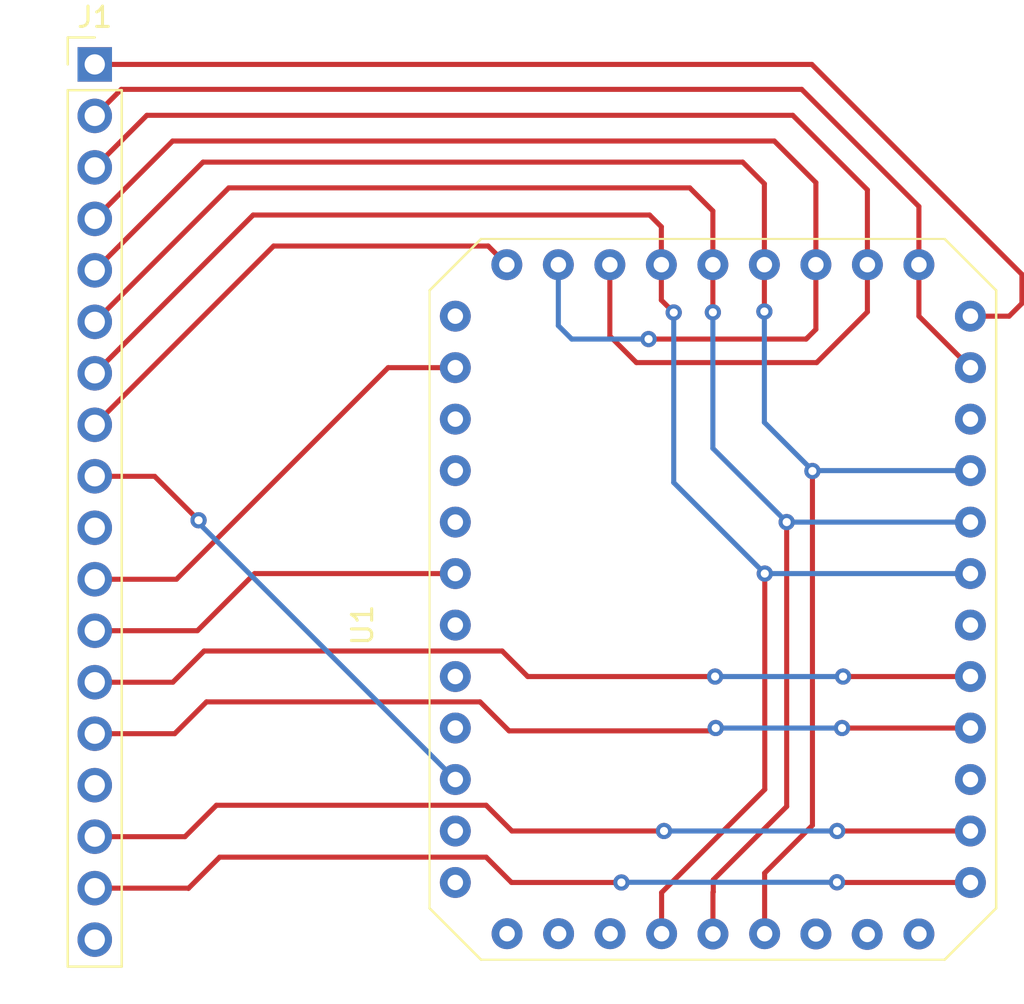
<source format=kicad_pcb>
(kicad_pcb (version 20211014) (generator pcbnew)
  (layers (0 "F.Cu" signal) (31 "B.Cu" signal) (34 "B.Paste" user) (35 "F.Paste" user) (36 "B.SilkS" user "B.Silkscreen") (37 "F.SilkS" user "F.Silkscreen") (38 "B.Mask" user) (39 "F.Mask" user) (44 "Edge.Cuts" user))
  (net 0 "")
  (net 1 "Net-(J1-Pad1)")
  (net 2 "Net-(J1-Pad2)")
  (net 3 "Net-(J1-Pad3)")
  (net 4 "Net-(J1-Pad4)")
  (net 5 "Net-(J1-Pad5)")
  (net 6 "Net-(J1-Pad6)")
  (net 7 "Net-(J1-Pad7)")
  (net 8 "Net-(J1-Pad8)")
  (net 9 "Net-(J1-Pad9)")
  (net 10 "Net-(J1-Pad10)")
  (net 11 "Net-(J1-Pad11)")
  (net 12 "Net-(J1-Pad12)")
  (net 13 "Net-(J1-Pad13)")
  (net 14 "Net-(J1-Pad14)")
  (net 15 "Net-(J1-Pad15)")
  (net 16 "Net-(J1-Pad16)")
  (net 17 "Net-(J1-Pad17)")
  (net 19 "GND")
  (footprint "Connector_PinHeader_2.54mm:PinHeader_1x18_P2.54mm_Vertical" (layer "F.Cu") (at 115.38 83.51)
    (fp_text reference "J1" (at 0 -2.33) (layer "F.SilkS"))
    (fp_text value "Conn_01x18")
    (fp_line (start 1.33 1.27) (end 1.33 44.51) (layer "F.SilkS") (width 0.12))
    (fp_line (start -1.33 44.51) (end 1.33 44.51) (layer "F.SilkS") (width 0.12))
    (fp_line (start -1.33 0) (end -1.33 -1.33) (layer "F.SilkS") (width 0.12))
    (fp_line (start -1.33 -1.33) (end 0 -1.33) (layer "F.SilkS") (width 0.12))
    (fp_line (start -1.33 1.27) (end 1.33 1.27) (layer "F.SilkS") (width 0.12))
    (fp_line (start -1.33 1.27) (end -1.33 44.51) (layer "F.SilkS") (width 0.12))
    (pad "1" thru_hole rect locked (at 0 0) (size 1.7 1.7) (drill 1) (layers *.Cu *.Mask) (net 1 "Net-(J1-Pad1)"))
    (pad "2" thru_hole oval locked (at 0 2.54) (size 1.7 1.7) (drill 1) (layers *.Cu *.Mask) (net 2 "Net-(J1-Pad2)"))
    (pad "3" thru_hole oval locked (at 0 5.08) (size 1.7 1.7) (drill 1) (layers *.Cu *.Mask) (net 3 "Net-(J1-Pad3)"))
    (pad "4" thru_hole oval locked (at 0 7.62) (size 1.7 1.7) (drill 1) (layers *.Cu *.Mask) (net 4 "Net-(J1-Pad4)"))
    (pad "5" thru_hole oval locked (at 0 10.16) (size 1.7 1.7) (drill 1) (layers *.Cu *.Mask) (net 5 "Net-(J1-Pad5)"))
    (pad "6" thru_hole oval locked (at 0 12.7) (size 1.7 1.7) (drill 1) (layers *.Cu *.Mask) (net 6 "Net-(J1-Pad6)"))
    (pad "7" thru_hole oval locked (at 0 15.24) (size 1.7 1.7) (drill 1) (layers *.Cu *.Mask) (net 7 "Net-(J1-Pad7)"))
    (pad "8" thru_hole oval locked (at 0 17.78) (size 1.7 1.7) (drill 1) (layers *.Cu *.Mask) (net 8 "Net-(J1-Pad8)"))
    (pad "9" thru_hole oval locked (at 0 20.32) (size 1.7 1.7) (drill 1) (layers *.Cu *.Mask) (net 9 "Net-(J1-Pad9)"))
    (pad "10" thru_hole oval locked (at 0 22.86) (size 1.7 1.7) (drill 1) (layers *.Cu *.Mask) (net 10 "Net-(J1-Pad10)"))
    (pad "11" thru_hole oval locked (at 0 25.4) (size 1.7 1.7) (drill 1) (layers *.Cu *.Mask) (net 11 "Net-(J1-Pad11)"))
    (pad "12" thru_hole oval locked (at 0 27.94) (size 1.7 1.7) (drill 1) (layers *.Cu *.Mask) (net 12 "Net-(J1-Pad12)"))
    (pad "13" thru_hole oval locked (at 0 30.48) (size 1.7 1.7) (drill 1) (layers *.Cu *.Mask) (net 13 "Net-(J1-Pad13)"))
    (pad "14" thru_hole oval locked (at 0 33.02) (size 1.7 1.7) (drill 1) (layers *.Cu *.Mask) (net 14 "Net-(J1-Pad14)"))
    (pad "15" thru_hole oval locked (at 0 35.56) (size 1.7 1.7) (drill 1) (layers *.Cu *.Mask) (net 15 "Net-(J1-Pad15)"))
    (pad "16" thru_hole oval locked (at 0 38.1) (size 1.7 1.7) (drill 1) (layers *.Cu *.Mask) (net 16 "Net-(J1-Pad16)"))
    (pad "17" thru_hole oval locked (at 0 40.64) (size 1.7 1.7) (drill 1) (layers *.Cu *.Mask) (net 17 "Net-(J1-Pad17)"))
    (pad "18" thru_hole oval locked (at 0 43.18) (size 1.7 1.7) (drill 1) (layers *.Cu *.Mask))
  )
  (footprint "Sensorsuite:General Sensor Module - 9x12 pin" (layer "F.Cu") (at 145.86 111.17 90)
    (fp_text reference "U1" (at 0 -17.28 90) (layer "F.SilkS"))
    (fp_text value "ISS_SENSOR_SUITE_V_1")
    (fp_line (start 19.05 -11.43) (end 19.05 11.43) (layer "F.SilkS") (width 0.1))
    (fp_line (start -16.51 -11.43) (end -16.51 11.43) (layer "F.SilkS") (width 0.1))
    (fp_line (start 16.51 -13.97) (end 19.05 -11.43) (layer "F.SilkS") (width 0.12))
    (fp_line (start 19.05 11.43) (end 16.51 13.97) (layer "F.SilkS") (width 0.12))
    (fp_line (start -13.97 13.97) (end 16.51 13.97) (layer "F.SilkS") (width 0.12))
    (fp_line (start -16.51 11.43) (end -13.97 13.97) (layer "F.SilkS") (width 0.12))
    (fp_line (start -13.97 -13.97) (end -16.51 -11.43) (layer "F.SilkS") (width 0.12))
    (fp_line (start 16.51 -13.97) (end -13.97 -13.97) (layer "F.SilkS") (width 0.1))
    (pad "1" thru_hole circle (at -12.7 12.7 90) (size 1.524 1.524) (drill 0.762) (layers *.Cu *.Mask) (net 17 "Net-(J1-Pad17)"))
    (pad "2" thru_hole circle (at -10.16 12.7 90) (size 1.524 1.524) (drill 0.762) (layers *.Cu *.Mask) (net 16 "Net-(J1-Pad16)"))
    (pad "3" thru_hole circle (at -7.62 12.7 90) (size 1.524 1.524) (drill 0.762) (layers *.Cu *.Mask) (net 19 "GND"))
    (pad "4" thru_hole circle (at -5.08 12.7 90) (size 1.524 1.524) (drill 0.762) (layers *.Cu *.Mask) (net 14 "Net-(J1-Pad14)"))
    (pad "5" thru_hole circle (at -2.54 12.7 90) (size 1.524 1.524) (drill 0.762) (layers *.Cu *.Mask) (net 13 "Net-(J1-Pad13)"))
    (pad "6" thru_hole circle (at 0 12.7 90) (size 1.524 1.524) (drill 0.762) (layers *.Cu *.Mask))
    (pad "7" thru_hole circle (at 2.54 12.7 90) (size 1.524 1.524) (drill 0.762) (layers *.Cu *.Mask) (net 7 "Net-(J1-Pad7)"))
    (pad "8" thru_hole circle (at 5.08 12.7 90) (size 1.524 1.524) (drill 0.762) (layers *.Cu *.Mask) (net 6 "Net-(J1-Pad6)"))
    (pad "9" thru_hole circle (at 7.62 12.7 90) (size 1.524 1.524) (drill 0.762) (layers *.Cu *.Mask) (net 5 "Net-(J1-Pad5)"))
    (pad "10" thru_hole circle (at 10.16 12.7 90) (size 1.524 1.524) (drill 0.762) (layers *.Cu *.Mask) (net 1 "Net-(J1-Pad1)"))
    (pad "11" thru_hole circle (at 12.7 12.7 90) (size 1.524 1.524) (drill 0.762) (layers *.Cu *.Mask) (net 2 "Net-(J1-Pad2)"))
    (pad "12" thru_hole circle (at 15.24 12.7 90) (size 1.524 1.524) (drill 0.762) (layers *.Cu *.Mask) (net 1 "Net-(J1-Pad1)"))
    (pad "13" thru_hole circle (at 17.78 10.16 90) (size 1.524 1.524) (drill 0.762) (layers *.Cu *.Mask) (net 2 "Net-(J1-Pad2)"))
    (pad "14" thru_hole circle (at 17.78 7.62 90) (size 1.524 1.524) (drill 0.762) (layers *.Cu *.Mask) (net 3 "Net-(J1-Pad3)"))
    (pad "15" thru_hole circle (at 17.78 5.08 90) (size 1.524 1.524) (drill 0.762) (layers *.Cu *.Mask) (net 4 "Net-(J1-Pad4)"))
    (pad "16" thru_hole circle (at 17.78 2.54 90) (size 1.524 1.524) (drill 0.762) (layers *.Cu *.Mask) (net 5 "Net-(J1-Pad5)"))
    (pad "17" thru_hole circle (at 17.78 0 90) (size 1.524 1.524) (drill 0.762) (layers *.Cu *.Mask) (net 6 "Net-(J1-Pad6)"))
    (pad "18" thru_hole circle (at 17.78 -2.54 90) (size 1.524 1.524) (drill 0.762) (layers *.Cu *.Mask) (net 7 "Net-(J1-Pad7)"))
    (pad "19" thru_hole circle (at 17.78 -5.08 90) (size 1.524 1.524) (drill 0.762) (layers *.Cu *.Mask) (net 3 "Net-(J1-Pad3)"))
    (pad "20" thru_hole circle (at 17.78 -7.62 90) (size 1.524 1.524) (drill 0.762) (layers *.Cu *.Mask) (net 4 "Net-(J1-Pad4)"))
    (pad "21" thru_hole circle (at 17.78 -10.16 90) (size 1.524 1.524) (drill 0.762) (layers *.Cu *.Mask) (net 8 "Net-(J1-Pad8)"))
    (pad "22" thru_hole circle (at 15.24 -12.7 90) (size 1.524 1.524) (drill 0.762) (layers *.Cu *.Mask))
    (pad "23" thru_hole circle (at 12.7 -12.7 90) (size 1.524 1.524) (drill 0.762) (layers *.Cu *.Mask) (net 11 "Net-(J1-Pad11)"))
    (pad "24" thru_hole circle (at 10.16 -12.7 90) (size 1.524 1.524) (drill 0.762) (layers *.Cu *.Mask))
    (pad "25" thru_hole circle (at 7.62 -12.7 90) (size 1.524 1.524) (drill 0.762) (layers *.Cu *.Mask))
    (pad "26" thru_hole circle (at 5.08 -12.7 90) (size 1.524 1.524) (drill 0.762) (layers *.Cu *.Mask))
    (pad "27" thru_hole circle (at 2.54 -12.7 90) (size 1.524 1.524) (drill 0.762) (layers *.Cu *.Mask) (net 12 "Net-(J1-Pad12)"))
    (pad "28" thru_hole circle (at 0 -12.7 90) (size 1.524 1.524) (drill 0.762) (layers *.Cu *.Mask))
    (pad "29" thru_hole circle (at -2.54 -12.7 90) (size 1.524 1.524) (drill 0.762) (layers *.Cu *.Mask))
    (pad "30" thru_hole circle (at -5.08 -12.7 90) (size 1.524 1.524) (drill 0.762) (layers *.Cu *.Mask))
    (pad "31" thru_hole circle (at -7.62 -12.7 90) (size 1.524 1.524) (drill 0.762) (layers *.Cu *.Mask) (net 9 "Net-(J1-Pad9)"))
    (pad "32" thru_hole circle (at -10.16 -12.7 90) (size 1.524 1.524) (drill 0.762) (layers *.Cu *.Mask))
    (pad "33" thru_hole circle (at -12.7 -12.7 90) (size 1.524 1.524) (drill 0.762) (layers *.Cu *.Mask))
    (pad "34" thru_hole circle (at -15.227311 -10.147476 90) (size 1.524 1.524) (drill 0.762) (layers *.Cu *.Mask))
    (pad "35" thru_hole circle (at -15.227311 -7.607476 90) (size 1.524 1.524) (drill 0.762) (layers *.Cu *.Mask))
    (pad "36" thru_hole circle (at -15.227311 -5.067476 90) (size 1.524 1.524) (drill 0.762) (layers *.Cu *.Mask))
    (pad "37" thru_hole circle (at -15.227311 -2.527476 90) (size 1.524 1.524) (drill 0.762) (layers *.Cu *.Mask) (net 7 "Net-(J1-Pad7)"))
    (pad "38" thru_hole circle (at -15.24 0.003578 90) (size 1.524 1.524) (drill 0.762) (layers *.Cu *.Mask) (net 6 "Net-(J1-Pad6)"))
    (pad "39" thru_hole circle (at -15.227311 2.552524 90) (size 1.524 1.524) (drill 0.762) (layers *.Cu *.Mask) (net 5 "Net-(J1-Pad5)"))
    (pad "40" thru_hole circle (at -15.24 5.08 90) (size 1.524 1.524) (drill 0.762) (layers *.Cu *.Mask))
    (pad "41" thru_hole circle (at -15.263144 7.610731 90) (size 1.524 1.524) (drill 0.762) (layers *.Cu *.Mask))
    (pad "42" thru_hole circle (at -15.24 10.16 90) (size 1.524 1.524) (drill 0.762) (layers *.Cu *.Mask))
  )
  (segment (start 160.47 95.93) (end 161.1 95.3) (width 0.25) (layer "F.Cu") (net 1))
  (segment (start 161.1 93.87) (end 150.74 83.51) (width 0.25) (layer "F.Cu") (net 1))
  (segment (start 158.56 95.93) (end 160.47 95.93) (width 0.25) (layer "F.Cu") (net 1))
  (segment (start 150.74 83.51) (end 115.38 83.51) (width 0.25) (layer "F.Cu") (net 1))
  (segment (start 161.1 95.3) (end 161.1 93.87) (width 0.25) (layer "F.Cu") (net 1))
  (segment (start 150.24 84.74) (end 116.69 84.74) (width 0.25) (layer "F.Cu") (net 2))
  (segment (start 156.02 93.39) (end 156.02 90.52) (width 0.25) (layer "F.Cu") (net 2))
  (segment (start 116.69 84.74) (end 115.38 86.05) (width 0.25) (layer "F.Cu") (net 2))
  (segment (start 156.02 95.93) (end 158.56 98.47) (width 0.25) (layer "F.Cu") (net 2))
  (segment (start 156.02 90.52) (end 150.24 84.74) (width 0.25) (layer "F.Cu") (net 2))
  (segment (start 156.02 93.39) (end 156.02 95.93) (width 0.25) (layer "F.Cu") (net 2))
  (segment (start 117.95 86.02) (end 115.38 88.59) (width 0.25) (layer "F.Cu") (net 3))
  (segment (start 153.48 93.39) (end 153.48 89.7) (width 0.25) (layer "F.Cu") (net 3))
  (segment (start 149.8 86.02) (end 117.95 86.02) (width 0.25) (layer "F.Cu") (net 3))
  (segment (start 153.48 93.39) (end 153.48 95.72) (width 0.25) (layer "F.Cu") (net 3))
  (segment (start 153.48 89.7) (end 149.8 86.02) (width 0.25) (layer "F.Cu") (net 3))
  (segment (start 142.09 98.22) (end 140.78 96.91) (width 0.25) (layer "F.Cu") (net 3))
  (segment (start 140.78 96.91) (end 140.78 93.39) (width 0.25) (layer "F.Cu") (net 3))
  (segment (start 153.48 95.72) (end 150.98 98.22) (width 0.25) (layer "F.Cu") (net 3))
  (segment (start 150.98 98.22) (end 142.09 98.22) (width 0.25) (layer "F.Cu") (net 3))
  (segment (start 150.94 93.39) (end 150.94 96.58) (width 0.25) (layer "F.Cu") (net 4))
  (segment (start 150.53 96.99) (end 150.46 97.06) (width 0.25) (layer "F.Cu") (net 4))
  (segment (start 148.89 87.29) (end 119.22 87.29) (width 0.25) (layer "F.Cu") (net 4))
  (segment (start 150.94 96.58) (end 150.53 96.99) (width 0.25) (layer "F.Cu") (net 4))
  (segment (start 119.22 87.29) (end 115.38 91.13) (width 0.25) (layer "F.Cu") (net 4))
  (segment (start 150.46 97.06) (end 142.69 97.06) (width 0.25) (layer "F.Cu") (net 4))
  (segment (start 150.94 93.39) (end 150.94 89.34) (width 0.25) (layer "F.Cu") (net 4))
  (segment (start 150.94 89.34) (end 148.89 87.29) (width 0.25) (layer "F.Cu") (net 4))
  (via (at 142.69 97.06) (size 0.8) (drill 0.4) (layers "F.Cu" "B.Cu") (net 4))
  (segment (start 142.69 97.06) (end 138.9 97.06) (width 0.25) (layer "B.Cu") (net 4))
  (segment (start 138.9 97.06) (end 138.24 96.4) (width 0.25) (layer "B.Cu") (net 4))
  (segment (start 138.24 96.4) (end 138.24 93.39) (width 0.25) (layer "B.Cu") (net 4))
  (segment (start 148.4 89.4) (end 147.33 88.33) (width 0.25) (layer "F.Cu") (net 5))
  (segment (start 150.77 121.05) (end 148.412524 123.407476) (width 0.25) (layer "F.Cu") (net 5))
  (segment (start 148.412524 123.407476) (end 148.412524 126.397311) (width 0.25) (layer "F.Cu") (net 5))
  (segment (start 148.4 93.39) (end 148.4 89.4) (width 0.25) (layer "F.Cu") (net 5))
  (segment (start 120.72 88.33) (end 115.38 93.67) (width 0.25) (layer "F.Cu") (net 5))
  (segment (start 148.4 93.39) (end 148.4 95.7) (width 0.25) (layer "F.Cu") (net 5))
  (segment (start 150.77 103.57) (end 150.77 121.05) (width 0.25) (layer "F.Cu") (net 5))
  (segment (start 147.33 88.33) (end 120.72 88.33) (width 0.25) (layer "F.Cu") (net 5))
  (via (at 148.4 95.7) (size 0.8) (drill 0.4) (layers "F.Cu" "B.Cu") (net 5))
  (via (at 150.77 103.57) (size 0.8) (drill 0.4) (layers "F.Cu" "B.Cu") (net 5))
  (segment (start 150.77 103.57) (end 150.79 103.55) (width 0.25) (layer "B.Cu") (net 5))
  (segment (start 150.78 103.55) (end 150.78 103.56) (width 0.25) (layer "B.Cu") (net 5))
  (segment (start 150.79 103.55) (end 158.56 103.55) (width 0.25) (layer "B.Cu") (net 5))
  (segment (start 150.78 103.56) (end 150.77 103.57) (width 0.25) (layer "B.Cu") (net 5))
  (segment (start 148.4 101.17) (end 150.78 103.55) (width 0.25) (layer "B.Cu") (net 5))
  (segment (start 148.4 95.7) (end 148.4 101.17) (width 0.25) (layer "B.Cu") (net 5))
  (segment (start 145.863578 124.356422) (end 145.863578 126.41) (width 0.25) (layer "F.Cu") (net 6))
  (segment (start 149.5 120.12) (end 145.88 123.74) (width 0.25) (layer "F.Cu") (net 6))
  (segment (start 145.88 123.74) (end 145.88 124.34) (width 0.25) (layer "F.Cu") (net 6))
  (segment (start 145.86 93.39) (end 145.86 90.74) (width 0.25) (layer "F.Cu") (net 6))
  (segment (start 121.99 89.6) (end 115.38 96.21) (width 0.25) (layer "F.Cu") (net 6))
  (segment (start 149.5 106.09) (end 149.5 120.12) (width 0.25) (layer "F.Cu") (net 6))
  (segment (start 145.88 124.34) (end 145.863578 124.356422) (width 0.25) (layer "F.Cu") (net 6))
  (segment (start 145.86 93.39) (end 145.86 95.74) (width 0.25) (layer "F.Cu") (net 6))
  (segment (start 144.72 89.6) (end 121.99 89.6) (width 0.25) (layer "F.Cu") (net 6))
  (segment (start 145.86 90.74) (end 144.72 89.6) (width 0.25) (layer "F.Cu") (net 6))
  (via (at 145.86 95.74) (size 0.8) (drill 0.4) (layers "F.Cu" "B.Cu") (net 6))
  (via (at 149.5 106.09) (size 0.8) (drill 0.4) (layers "F.Cu" "B.Cu") (net 6))
  (segment (start 149.5 106.09) (end 158.56 106.09) (width 0.25) (layer "B.Cu") (net 6))
  (segment (start 145.86 95.74) (end 145.86 102.45) (width 0.25) (layer "B.Cu") (net 6))
  (segment (start 145.86 102.45) (end 149.5 106.09) (width 0.25) (layer "B.Cu") (net 6))
  (segment (start 143.32 95.14) (end 143.93 95.75) (width 0.25) (layer "F.Cu") (net 7))
  (segment (start 142.74 90.94) (end 123.19 90.94) (width 0.25) (layer "F.Cu") (net 7))
  (segment (start 143.32 93.39) (end 143.32 91.52) (width 0.25) (layer "F.Cu") (net 7))
  (segment (start 148.42 108.63) (end 148.42 119.28) (width 0.25) (layer "F.Cu") (net 7))
  (segment (start 148.42 119.28) (end 143.332524 124.367476) (width 0.25) (layer "F.Cu") (net 7))
  (segment (start 123.19 90.94) (end 115.38 98.75) (width 0.25) (layer "F.Cu") (net 7))
  (segment (start 143.32 91.52) (end 142.74 90.94) (width 0.25) (layer "F.Cu") (net 7))
  (segment (start 143.32 93.39) (end 143.32 95.14) (width 0.25) (layer "F.Cu") (net 7))
  (segment (start 143.332524 124.367476) (end 143.332524 126.397311) (width 0.25) (layer "F.Cu") (net 7))
  (via (at 143.93 95.75) (size 0.8) (drill 0.4) (layers "F.Cu" "B.Cu") (net 7))
  (via (at 148.42 108.63) (size 0.8) (drill 0.4) (layers "F.Cu" "B.Cu") (net 7))
  (segment (start 143.93 104.14) (end 148.42 108.63) (width 0.25) (layer "B.Cu") (net 7))
  (segment (start 143.93 95.75) (end 143.93 104.14) (width 0.25) (layer "B.Cu") (net 7))
  (segment (start 148.42 108.63) (end 158.56 108.63) (width 0.25) (layer "B.Cu") (net 7))
  (segment (start 135.7 93.39) (end 134.78 92.47) (width 0.25) (layer "F.Cu") (net 8))
  (segment (start 134.78 92.47) (end 124.2 92.47) (width 0.25) (layer "F.Cu") (net 8))
  (segment (start 124.2 92.47) (end 115.38 101.29) (width 0.25) (layer "F.Cu") (net 8))
  (segment (start 118.33 103.83) (end 115.38 103.83) (width 0.25) (layer "F.Cu") (net 9))
  (segment (start 120.5 106) (end 118.33 103.83) (width 0.25) (layer "F.Cu") (net 9))
  (via (at 120.5 106) (size 0.8) (drill 0.4) (layers "F.Cu" "B.Cu") (net 9))
  (segment (start 120.5 106.13) (end 120.5 106) (width 0.25) (layer "B.Cu") (net 9))
  (segment (start 133.16 118.79) (end 120.5 106.13) (width 0.25) (layer "B.Cu") (net 9))
  (segment (start 133.16 98.47) (end 129.85 98.47) (width 0.25) (layer "F.Cu") (net 11))
  (segment (start 129.85 98.47) (end 119.41 108.91) (width 0.25) (layer "F.Cu") (net 11))
  (segment (start 119.41 108.91) (end 115.38 108.91) (width 0.25) (layer "F.Cu") (net 11))
  (segment (start 133.16 108.63) (end 123.26 108.63) (width 0.25) (layer "F.Cu") (net 12))
  (segment (start 123.26 108.63) (end 120.44 111.45) (width 0.25) (layer "F.Cu") (net 12))
  (segment (start 120.44 111.45) (end 115.38 111.45) (width 0.25) (layer "F.Cu") (net 12))
  (segment (start 136.73 113.71) (end 135.47 112.45) (width 0.25) (layer "F.Cu") (net 13))
  (segment (start 135.47 112.45) (end 120.77 112.45) (width 0.25) (layer "F.Cu") (net 13))
  (segment (start 158.56 113.71) (end 152.28 113.71) (width 0.25) (layer "F.Cu") (net 13))
  (segment (start 145.97 113.71) (end 136.73 113.71) (width 0.25) (layer "F.Cu") (net 13))
  (segment (start 119.23 113.99) (end 115.38 113.99) (width 0.25) (layer "F.Cu") (net 13))
  (segment (start 120.77 112.45) (end 119.23 113.99) (width 0.25) (layer "F.Cu") (net 13))
  (via (at 152.28 113.71) (size 0.8) (drill 0.4) (layers "F.Cu" "B.Cu") (net 13))
  (via (at 145.97 113.71) (size 0.8) (drill 0.4) (layers "F.Cu" "B.Cu") (net 13))
  (segment (start 152.28 113.71) (end 145.97 113.71) (width 0.25) (layer "B.Cu") (net 13))
  (segment (start 134.38 114.96) (end 120.89 114.96) (width 0.25) (layer "F.Cu") (net 14))
  (segment (start 146 116.25) (end 145.86 116.39) (width 0.25) (layer "F.Cu") (net 14))
  (segment (start 158.56 116.25) (end 152.23 116.25) (width 0.25) (layer "F.Cu") (net 14))
  (segment (start 135.81 116.39) (end 134.38 114.96) (width 0.25) (layer "F.Cu") (net 14))
  (segment (start 120.89 114.96) (end 119.32 116.53) (width 0.25) (layer "F.Cu") (net 14))
  (segment (start 119.32 116.53) (end 115.38 116.53) (width 0.25) (layer "F.Cu") (net 14))
  (segment (start 145.86 116.39) (end 135.81 116.39) (width 0.25) (layer "F.Cu") (net 14))
  (via (at 152.23 116.25) (size 0.8) (drill 0.4) (layers "F.Cu" "B.Cu") (net 14))
  (via (at 146 116.25) (size 0.8) (drill 0.4) (layers "F.Cu" "B.Cu") (net 14))
  (segment (start 152.23 116.25) (end 146 116.25) (width 0.25) (layer "B.Cu") (net 14))
  (segment (start 134.68 120.06) (end 121.38 120.06) (width 0.25) (layer "F.Cu") (net 16))
  (segment (start 143.45 121.33) (end 135.95 121.33) (width 0.25) (layer "F.Cu") (net 16))
  (segment (start 119.83 121.61) (end 115.38 121.61) (width 0.25) (layer "F.Cu") (net 16))
  (segment (start 121.38 120.06) (end 119.83 121.61) (width 0.25) (layer "F.Cu") (net 16))
  (segment (start 135.95 121.33) (end 134.68 120.06) (width 0.25) (layer "F.Cu") (net 16))
  (segment (start 158.56 121.33) (end 151.99 121.33) (width 0.25) (layer "F.Cu") (net 16))
  (via (at 151.99 121.33) (size 0.8) (drill 0.4) (layers "F.Cu" "B.Cu") (net 16))
  (via (at 143.45 121.33) (size 0.8) (drill 0.4) (layers "F.Cu" "B.Cu") (net 16))
  (segment (start 151.99 121.33) (end 143.45 121.33) (width 0.25) (layer "B.Cu") (net 16))
  (segment (start 119.99 124.15) (end 115.38 124.15) (width 0.25) (layer "F.Cu") (net 17))
  (segment (start 134.68 122.62) (end 121.54 122.62) (width 0.25) (layer "F.Cu") (net 17))
  (segment (start 151.99 123.87) (end 151.98 123.86) (width 0.25) (layer "F.Cu") (net 17))
  (segment (start 141.35 123.87) (end 135.93 123.87) (width 0.25) (layer "F.Cu") (net 17))
  (segment (start 120 124.16) (end 119.99 124.15) (width 0.25) (layer "F.Cu") (net 17))
  (segment (start 121.54 122.62) (end 120 124.16) (width 0.25) (layer "F.Cu") (net 17))
  (segment (start 158.56 123.87) (end 151.99 123.87) (width 0.25) (layer "F.Cu") (net 17))
  (segment (start 135.93 123.87) (end 134.68 122.62) (width 0.25) (layer "F.Cu") (net 17))
  (via (at 151.98 123.86) (size 0.8) (drill 0.4) (layers "F.Cu" "B.Cu") (net 17))
  (via (at 141.35 123.87) (size 0.8) (drill 0.4) (layers "F.Cu" "B.Cu") (net 17))
  (segment (start 141.36 123.86) (end 141.35 123.87) (width 0.25) (layer "B.Cu") (net 17))
  (segment (start 151.98 123.86) (end 141.36 123.86) (width 0.25) (layer "B.Cu") (net 17))
)
</source>
